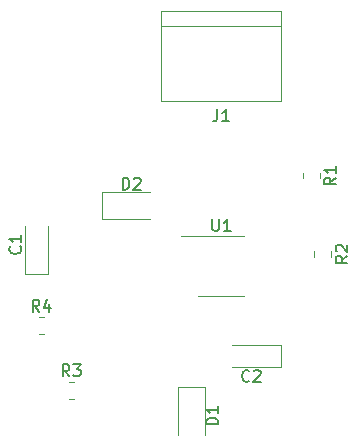
<source format=gbr>
%TF.GenerationSoftware,KiCad,Pcbnew,(6.0.10-0)*%
%TF.CreationDate,2023-02-17T12:45:10-08:00*%
%TF.ProjectId,555 Timer,35353520-5469-46d6-9572-2e6b69636164,rev?*%
%TF.SameCoordinates,Original*%
%TF.FileFunction,Legend,Top*%
%TF.FilePolarity,Positive*%
%FSLAX46Y46*%
G04 Gerber Fmt 4.6, Leading zero omitted, Abs format (unit mm)*
G04 Created by KiCad (PCBNEW (6.0.10-0)) date 2023-02-17 12:45:10*
%MOMM*%
%LPD*%
G01*
G04 APERTURE LIST*
%ADD10C,0.150000*%
%ADD11C,0.120000*%
G04 APERTURE END LIST*
D10*
%TO.C,C1*%
X132827142Y-117741666D02*
X132874761Y-117789285D01*
X132922380Y-117932142D01*
X132922380Y-118027380D01*
X132874761Y-118170238D01*
X132779523Y-118265476D01*
X132684285Y-118313095D01*
X132493809Y-118360714D01*
X132350952Y-118360714D01*
X132160476Y-118313095D01*
X132065238Y-118265476D01*
X131970000Y-118170238D01*
X131922380Y-118027380D01*
X131922380Y-117932142D01*
X131970000Y-117789285D01*
X132017619Y-117741666D01*
X132922380Y-116789285D02*
X132922380Y-117360714D01*
X132922380Y-117075000D02*
X131922380Y-117075000D01*
X132065238Y-117170238D01*
X132160476Y-117265476D01*
X132208095Y-117360714D01*
%TO.C,R1*%
X159582380Y-111926666D02*
X159106190Y-112260000D01*
X159582380Y-112498095D02*
X158582380Y-112498095D01*
X158582380Y-112117142D01*
X158630000Y-112021904D01*
X158677619Y-111974285D01*
X158772857Y-111926666D01*
X158915714Y-111926666D01*
X159010952Y-111974285D01*
X159058571Y-112021904D01*
X159106190Y-112117142D01*
X159106190Y-112498095D01*
X159582380Y-110974285D02*
X159582380Y-111545714D01*
X159582380Y-111260000D02*
X158582380Y-111260000D01*
X158725238Y-111355238D01*
X158820476Y-111450476D01*
X158868095Y-111545714D01*
%TO.C,R2*%
X160547380Y-118546666D02*
X160071190Y-118880000D01*
X160547380Y-119118095D02*
X159547380Y-119118095D01*
X159547380Y-118737142D01*
X159595000Y-118641904D01*
X159642619Y-118594285D01*
X159737857Y-118546666D01*
X159880714Y-118546666D01*
X159975952Y-118594285D01*
X160023571Y-118641904D01*
X160071190Y-118737142D01*
X160071190Y-119118095D01*
X159642619Y-118165714D02*
X159595000Y-118118095D01*
X159547380Y-118022857D01*
X159547380Y-117784761D01*
X159595000Y-117689523D01*
X159642619Y-117641904D01*
X159737857Y-117594285D01*
X159833095Y-117594285D01*
X159975952Y-117641904D01*
X160547380Y-118213333D01*
X160547380Y-117594285D01*
%TO.C,U1*%
X149098095Y-115432380D02*
X149098095Y-116241904D01*
X149145714Y-116337142D01*
X149193333Y-116384761D01*
X149288571Y-116432380D01*
X149479047Y-116432380D01*
X149574285Y-116384761D01*
X149621904Y-116337142D01*
X149669523Y-116241904D01*
X149669523Y-115432380D01*
X150669523Y-116432380D02*
X150098095Y-116432380D01*
X150383809Y-116432380D02*
X150383809Y-115432380D01*
X150288571Y-115575238D01*
X150193333Y-115670476D01*
X150098095Y-115718095D01*
%TO.C,R3*%
X136993333Y-128737380D02*
X136660000Y-128261190D01*
X136421904Y-128737380D02*
X136421904Y-127737380D01*
X136802857Y-127737380D01*
X136898095Y-127785000D01*
X136945714Y-127832619D01*
X136993333Y-127927857D01*
X136993333Y-128070714D01*
X136945714Y-128165952D01*
X136898095Y-128213571D01*
X136802857Y-128261190D01*
X136421904Y-128261190D01*
X137326666Y-127737380D02*
X137945714Y-127737380D01*
X137612380Y-128118333D01*
X137755238Y-128118333D01*
X137850476Y-128165952D01*
X137898095Y-128213571D01*
X137945714Y-128308809D01*
X137945714Y-128546904D01*
X137898095Y-128642142D01*
X137850476Y-128689761D01*
X137755238Y-128737380D01*
X137469523Y-128737380D01*
X137374285Y-128689761D01*
X137326666Y-128642142D01*
%TO.C,C2*%
X152233333Y-129107142D02*
X152185714Y-129154761D01*
X152042857Y-129202380D01*
X151947619Y-129202380D01*
X151804761Y-129154761D01*
X151709523Y-129059523D01*
X151661904Y-128964285D01*
X151614285Y-128773809D01*
X151614285Y-128630952D01*
X151661904Y-128440476D01*
X151709523Y-128345238D01*
X151804761Y-128250000D01*
X151947619Y-128202380D01*
X152042857Y-128202380D01*
X152185714Y-128250000D01*
X152233333Y-128297619D01*
X152614285Y-128297619D02*
X152661904Y-128250000D01*
X152757142Y-128202380D01*
X152995238Y-128202380D01*
X153090476Y-128250000D01*
X153138095Y-128297619D01*
X153185714Y-128392857D01*
X153185714Y-128488095D01*
X153138095Y-128630952D01*
X152566666Y-129202380D01*
X153185714Y-129202380D01*
%TO.C,D1*%
X149592380Y-132818095D02*
X148592380Y-132818095D01*
X148592380Y-132580000D01*
X148640000Y-132437142D01*
X148735238Y-132341904D01*
X148830476Y-132294285D01*
X149020952Y-132246666D01*
X149163809Y-132246666D01*
X149354285Y-132294285D01*
X149449523Y-132341904D01*
X149544761Y-132437142D01*
X149592380Y-132580000D01*
X149592380Y-132818095D01*
X149592380Y-131294285D02*
X149592380Y-131865714D01*
X149592380Y-131580000D02*
X148592380Y-131580000D01*
X148735238Y-131675238D01*
X148830476Y-131770476D01*
X148878095Y-131865714D01*
%TO.C,J1*%
X149526666Y-106132380D02*
X149526666Y-106846666D01*
X149479047Y-106989523D01*
X149383809Y-107084761D01*
X149240952Y-107132380D01*
X149145714Y-107132380D01*
X150526666Y-107132380D02*
X149955238Y-107132380D01*
X150240952Y-107132380D02*
X150240952Y-106132380D01*
X150145714Y-106275238D01*
X150050476Y-106370476D01*
X149955238Y-106418095D01*
%TO.C,D2*%
X141501904Y-112932380D02*
X141501904Y-111932380D01*
X141740000Y-111932380D01*
X141882857Y-111980000D01*
X141978095Y-112075238D01*
X142025714Y-112170476D01*
X142073333Y-112360952D01*
X142073333Y-112503809D01*
X142025714Y-112694285D01*
X141978095Y-112789523D01*
X141882857Y-112884761D01*
X141740000Y-112932380D01*
X141501904Y-112932380D01*
X142454285Y-112027619D02*
X142501904Y-111980000D01*
X142597142Y-111932380D01*
X142835238Y-111932380D01*
X142930476Y-111980000D01*
X142978095Y-112027619D01*
X143025714Y-112122857D01*
X143025714Y-112218095D01*
X142978095Y-112360952D01*
X142406666Y-112932380D01*
X143025714Y-112932380D01*
%TO.C,R4*%
X134453333Y-123262380D02*
X134120000Y-122786190D01*
X133881904Y-123262380D02*
X133881904Y-122262380D01*
X134262857Y-122262380D01*
X134358095Y-122310000D01*
X134405714Y-122357619D01*
X134453333Y-122452857D01*
X134453333Y-122595714D01*
X134405714Y-122690952D01*
X134358095Y-122738571D01*
X134262857Y-122786190D01*
X133881904Y-122786190D01*
X135310476Y-122595714D02*
X135310476Y-123262380D01*
X135072380Y-122214761D02*
X134834285Y-122929047D01*
X135453333Y-122929047D01*
D11*
%TO.C,C1*%
X135155000Y-120060000D02*
X135155000Y-115975000D01*
X133285000Y-115975000D02*
X133285000Y-120060000D01*
X133285000Y-120060000D02*
X135155000Y-120060000D01*
%TO.C,R1*%
X156745000Y-111532936D02*
X156745000Y-111987064D01*
X158215000Y-111532936D02*
X158215000Y-111987064D01*
%TO.C,R2*%
X159180000Y-118152936D02*
X159180000Y-118607064D01*
X157710000Y-118152936D02*
X157710000Y-118607064D01*
%TO.C,U1*%
X149860000Y-121940000D02*
X151810000Y-121940000D01*
X149860000Y-121940000D02*
X147910000Y-121940000D01*
X149860000Y-116820000D02*
X151810000Y-116820000D01*
X149860000Y-116820000D02*
X146410000Y-116820000D01*
%TO.C,R3*%
X136932936Y-130670000D02*
X137387064Y-130670000D01*
X136932936Y-129200000D02*
X137387064Y-129200000D01*
%TO.C,C2*%
X154885000Y-126065000D02*
X150800000Y-126065000D01*
X150800000Y-127935000D02*
X154885000Y-127935000D01*
X154885000Y-127935000D02*
X154885000Y-126065000D01*
%TO.C,D1*%
X148455000Y-133680000D02*
X148455000Y-129620000D01*
X148455000Y-129620000D02*
X146185000Y-129620000D01*
X146185000Y-129620000D02*
X146185000Y-133680000D01*
%TO.C,J1*%
X154940000Y-105410000D02*
X154940000Y-97790000D01*
X144780000Y-99060000D02*
X154940000Y-99060000D01*
X154940000Y-97790000D02*
X144780000Y-97790000D01*
X144780000Y-105410000D02*
X154940000Y-105410000D01*
X144780000Y-97790000D02*
X144780000Y-105410000D01*
%TO.C,D2*%
X143840000Y-113165000D02*
X139780000Y-113165000D01*
X139780000Y-115435000D02*
X143840000Y-115435000D01*
X139780000Y-113165000D02*
X139780000Y-115435000D01*
%TO.C,R4*%
X134392936Y-123725000D02*
X134847064Y-123725000D01*
X134392936Y-125195000D02*
X134847064Y-125195000D01*
%TD*%
M02*

</source>
